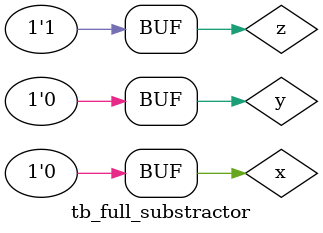
<source format=v>
`timescale 1ns/100ps
module half_substractor(input wire x,y,output wire D,B);
assign D=x^y;
assign B=(~x)&&y;
endmodule


module full_substractor(input wire x,y,z,output wire D,B);

wire tmpD,tmpB,tmpB2;

half_substractor hs1(x,y,tmpD,tmpB);
half_substractor hs2(tmpD,z,D,tmpB2);
assign B=tmpB||tmpB2;

endmodule

module tb_full_substractor();
reg x,y,z;
wire D,B;

full_substractor tst(x,y,z,D,B);

initial begin

x=0;y=0;z=0;
#250; x=1;y=1;z=0;
#250; x=0; y=1;z=1;
#250; x=0; y=1;z=1;
#250; x=1; y=1;z=0;
#250; x=0; y=0;z=1;

end

endmodule




</source>
